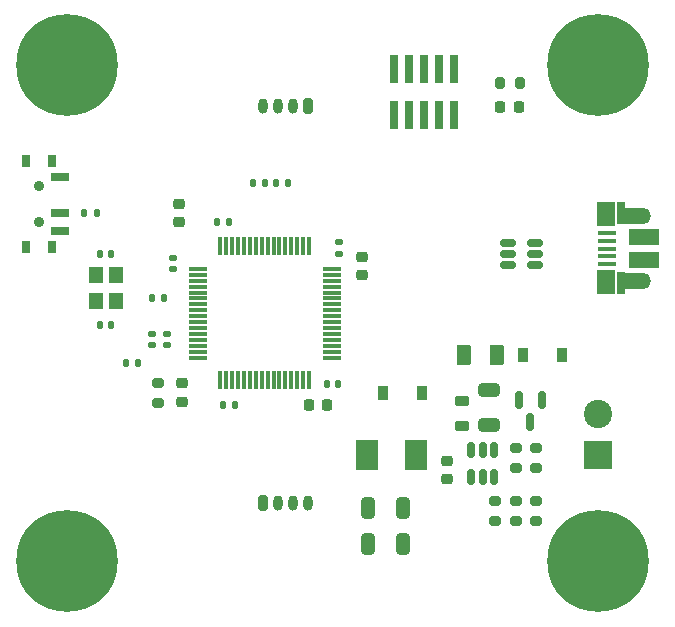
<source format=gbr>
%TF.GenerationSoftware,KiCad,Pcbnew,(6.0.7)*%
%TF.CreationDate,2022-09-22T19:59:32-07:00*%
%TF.ProjectId,STM32F4_rev2,53544d33-3246-4345-9f72-6576322e6b69,rev?*%
%TF.SameCoordinates,Original*%
%TF.FileFunction,Soldermask,Top*%
%TF.FilePolarity,Negative*%
%FSLAX46Y46*%
G04 Gerber Fmt 4.6, Leading zero omitted, Abs format (unit mm)*
G04 Created by KiCad (PCBNEW (6.0.7)) date 2022-09-22 19:59:32*
%MOMM*%
%LPD*%
G01*
G04 APERTURE LIST*
G04 Aperture macros list*
%AMRoundRect*
0 Rectangle with rounded corners*
0 $1 Rounding radius*
0 $2 $3 $4 $5 $6 $7 $8 $9 X,Y pos of 4 corners*
0 Add a 4 corners polygon primitive as box body*
4,1,4,$2,$3,$4,$5,$6,$7,$8,$9,$2,$3,0*
0 Add four circle primitives for the rounded corners*
1,1,$1+$1,$2,$3*
1,1,$1+$1,$4,$5*
1,1,$1+$1,$6,$7*
1,1,$1+$1,$8,$9*
0 Add four rect primitives between the rounded corners*
20,1,$1+$1,$2,$3,$4,$5,0*
20,1,$1+$1,$4,$5,$6,$7,0*
20,1,$1+$1,$6,$7,$8,$9,0*
20,1,$1+$1,$8,$9,$2,$3,0*%
G04 Aperture macros list end*
%ADD10R,0.740000X2.400000*%
%ADD11C,0.900000*%
%ADD12C,8.600000*%
%ADD13RoundRect,0.150000X-0.150000X0.587500X-0.150000X-0.587500X0.150000X-0.587500X0.150000X0.587500X0*%
%ADD14R,0.900000X1.200000*%
%ADD15RoundRect,0.135000X0.135000X0.185000X-0.135000X0.185000X-0.135000X-0.185000X0.135000X-0.185000X0*%
%ADD16RoundRect,0.200000X0.200000X0.450000X-0.200000X0.450000X-0.200000X-0.450000X0.200000X-0.450000X0*%
%ADD17O,0.800000X1.300000*%
%ADD18R,1.650000X0.400000*%
%ADD19R,1.500000X2.000000*%
%ADD20O,1.700000X1.350000*%
%ADD21O,1.500000X1.100000*%
%ADD22R,2.500000X1.430000*%
%ADD23R,2.000000X1.350000*%
%ADD24R,0.700000X1.825000*%
%ADD25RoundRect,0.218750X0.218750X0.256250X-0.218750X0.256250X-0.218750X-0.256250X0.218750X-0.256250X0*%
%ADD26RoundRect,0.140000X0.170000X-0.140000X0.170000X0.140000X-0.170000X0.140000X-0.170000X-0.140000X0*%
%ADD27RoundRect,0.200000X0.200000X0.275000X-0.200000X0.275000X-0.200000X-0.275000X0.200000X-0.275000X0*%
%ADD28RoundRect,0.200000X0.275000X-0.200000X0.275000X0.200000X-0.275000X0.200000X-0.275000X-0.200000X0*%
%ADD29RoundRect,0.135000X-0.135000X-0.185000X0.135000X-0.185000X0.135000X0.185000X-0.135000X0.185000X0*%
%ADD30RoundRect,0.140000X-0.140000X-0.170000X0.140000X-0.170000X0.140000X0.170000X-0.140000X0.170000X0*%
%ADD31RoundRect,0.150000X0.512500X0.150000X-0.512500X0.150000X-0.512500X-0.150000X0.512500X-0.150000X0*%
%ADD32R,0.800000X1.000000*%
%ADD33R,1.500000X0.700000*%
%ADD34RoundRect,0.225000X0.250000X-0.225000X0.250000X0.225000X-0.250000X0.225000X-0.250000X-0.225000X0*%
%ADD35RoundRect,0.225000X-0.225000X-0.250000X0.225000X-0.250000X0.225000X0.250000X-0.225000X0.250000X0*%
%ADD36RoundRect,0.200000X-0.200000X-0.450000X0.200000X-0.450000X0.200000X0.450000X-0.200000X0.450000X0*%
%ADD37RoundRect,0.250000X0.375000X0.625000X-0.375000X0.625000X-0.375000X-0.625000X0.375000X-0.625000X0*%
%ADD38RoundRect,0.218750X0.256250X-0.218750X0.256250X0.218750X-0.256250X0.218750X-0.256250X-0.218750X0*%
%ADD39R,1.200000X1.400000*%
%ADD40R,2.400000X2.400000*%
%ADD41C,2.400000*%
%ADD42RoundRect,0.140000X0.140000X0.170000X-0.140000X0.170000X-0.140000X-0.170000X0.140000X-0.170000X0*%
%ADD43R,1.900000X2.500000*%
%ADD44RoundRect,0.147500X-0.147500X-0.172500X0.147500X-0.172500X0.147500X0.172500X-0.147500X0.172500X0*%
%ADD45RoundRect,0.200000X-0.275000X0.200000X-0.275000X-0.200000X0.275000X-0.200000X0.275000X0.200000X0*%
%ADD46RoundRect,0.250000X-0.325000X-0.650000X0.325000X-0.650000X0.325000X0.650000X-0.325000X0.650000X0*%
%ADD47RoundRect,0.218750X-0.381250X0.218750X-0.381250X-0.218750X0.381250X-0.218750X0.381250X0.218750X0*%
%ADD48RoundRect,0.250000X0.650000X-0.325000X0.650000X0.325000X-0.650000X0.325000X-0.650000X-0.325000X0*%
%ADD49RoundRect,0.225000X-0.250000X0.225000X-0.250000X-0.225000X0.250000X-0.225000X0.250000X0.225000X0*%
%ADD50RoundRect,0.075000X-0.700000X-0.075000X0.700000X-0.075000X0.700000X0.075000X-0.700000X0.075000X0*%
%ADD51RoundRect,0.075000X-0.075000X-0.700000X0.075000X-0.700000X0.075000X0.700000X-0.075000X0.700000X0*%
%ADD52RoundRect,0.150000X0.150000X-0.512500X0.150000X0.512500X-0.150000X0.512500X-0.150000X-0.512500X0*%
G04 APERTURE END LIST*
D10*
%TO.C,J2*%
X97960000Y-66200000D03*
X97960000Y-62300000D03*
X99230000Y-66200000D03*
X99230000Y-62300000D03*
X100500000Y-66200000D03*
X100500000Y-62300000D03*
X101770000Y-66200000D03*
X101770000Y-62300000D03*
X103040000Y-66200000D03*
X103040000Y-62300000D03*
%TD*%
D11*
%TO.C,H2*%
X115250000Y-107225000D03*
X112025000Y-104000000D03*
X112969581Y-101719581D03*
X117530419Y-101719581D03*
X115250000Y-100775000D03*
X117530419Y-106280419D03*
X112969581Y-106280419D03*
X118475000Y-104000000D03*
D12*
X115250000Y-104000000D03*
%TD*%
D13*
%TO.C,Q1*%
X110450000Y-90312500D03*
X108550000Y-90312500D03*
X109500000Y-92187500D03*
%TD*%
D14*
%TO.C,D2*%
X97050000Y-89750000D03*
X100350000Y-89750000D03*
%TD*%
D15*
%TO.C,R8*%
X78510000Y-81750000D03*
X77490000Y-81750000D03*
%TD*%
D16*
%TO.C,J3*%
X90625000Y-65450000D03*
D17*
X89375000Y-65450000D03*
X88125000Y-65450000D03*
X86875000Y-65450000D03*
%TD*%
D18*
%TO.C,J5*%
X115985000Y-78825000D03*
X115985000Y-78175000D03*
X115985000Y-77525000D03*
X115985000Y-76875000D03*
X115985000Y-76225000D03*
D19*
X115885000Y-80375000D03*
D20*
X118865000Y-80255000D03*
D21*
X115865000Y-75105000D03*
D22*
X119135000Y-78485000D03*
D23*
X117935000Y-80255000D03*
X117935000Y-74775000D03*
D22*
X119135000Y-76565000D03*
D20*
X118865000Y-74795000D03*
D19*
X115865000Y-74625000D03*
D24*
X117185000Y-80475000D03*
X117185000Y-74525000D03*
D21*
X115865000Y-79945000D03*
%TD*%
D25*
%TO.C,D3*%
X108537500Y-65500000D03*
X106962500Y-65500000D03*
%TD*%
D26*
%TO.C,C12*%
X78750000Y-85730000D03*
X78750000Y-84770000D03*
%TD*%
D27*
%TO.C,R6*%
X108575000Y-63500000D03*
X106925000Y-63500000D03*
%TD*%
D28*
%TO.C,R5*%
X110000000Y-100575000D03*
X110000000Y-98925000D03*
%TD*%
D15*
%TO.C,R7*%
X72760000Y-74500000D03*
X71740000Y-74500000D03*
%TD*%
D29*
%TO.C,R11*%
X85980000Y-72000000D03*
X87000000Y-72000000D03*
%TD*%
D30*
%TO.C,C8*%
X92270000Y-89000000D03*
X93230000Y-89000000D03*
%TD*%
D11*
%TO.C,H3*%
X70250000Y-65225000D03*
X67969581Y-64280419D03*
D12*
X70250000Y-62000000D03*
D11*
X72530419Y-59719581D03*
X73475000Y-62000000D03*
X72530419Y-64280419D03*
X70250000Y-58775000D03*
X67969581Y-59719581D03*
X67025000Y-62000000D03*
%TD*%
D30*
%TO.C,C10*%
X83000000Y-75250000D03*
X83960000Y-75250000D03*
%TD*%
D14*
%TO.C,D1*%
X108850000Y-86500000D03*
X112150000Y-86500000D03*
%TD*%
D31*
%TO.C,U3*%
X109887500Y-78950000D03*
X109887500Y-78000000D03*
X109887500Y-77050000D03*
X107612500Y-77050000D03*
X107612500Y-78000000D03*
X107612500Y-78950000D03*
%TD*%
D32*
%TO.C,SW1*%
X66795000Y-70100000D03*
X66795000Y-77400000D03*
X69005000Y-70100000D03*
D11*
X67895000Y-75250000D03*
X67895000Y-72250000D03*
D32*
X69005000Y-77400000D03*
D33*
X69655000Y-71500000D03*
X69655000Y-74500000D03*
X69655000Y-76000000D03*
%TD*%
D34*
%TO.C,C5*%
X79750000Y-75275000D03*
X79750000Y-73725000D03*
%TD*%
D35*
%TO.C,C13*%
X90725000Y-90750000D03*
X92275000Y-90750000D03*
%TD*%
D36*
%TO.C,J4*%
X86875000Y-99050000D03*
D17*
X88125000Y-99050000D03*
X89375000Y-99050000D03*
X90625000Y-99050000D03*
%TD*%
D37*
%TO.C,F1*%
X106650000Y-86500000D03*
X103850000Y-86500000D03*
%TD*%
D38*
%TO.C,D4*%
X80000000Y-90500000D03*
X80000000Y-88925000D03*
%TD*%
D39*
%TO.C,Y1*%
X72750000Y-79800000D03*
X72750000Y-82000000D03*
X74450000Y-82000000D03*
X74450000Y-79800000D03*
%TD*%
D40*
%TO.C,J1*%
X115250000Y-95000000D03*
D41*
X115250000Y-91500000D03*
%TD*%
D42*
%TO.C,C7*%
X84460000Y-90750000D03*
X83500000Y-90750000D03*
%TD*%
D28*
%TO.C,R2*%
X110000000Y-96075000D03*
X110000000Y-94425000D03*
%TD*%
D15*
%TO.C,R10*%
X89010000Y-72000000D03*
X87990000Y-72000000D03*
%TD*%
D34*
%TO.C,C14*%
X95250000Y-79775000D03*
X95250000Y-78225000D03*
%TD*%
D43*
%TO.C,L1*%
X99800000Y-95000000D03*
X95700000Y-95000000D03*
%TD*%
D26*
%TO.C,C6*%
X79250000Y-79250000D03*
X79250000Y-78290000D03*
%TD*%
D30*
%TO.C,C15*%
X73020000Y-78000000D03*
X73980000Y-78000000D03*
%TD*%
D44*
%TO.C,L2*%
X75265000Y-87250000D03*
X76235000Y-87250000D03*
%TD*%
D11*
%TO.C,H4*%
X112969581Y-64280419D03*
X115250000Y-65225000D03*
X112969581Y-59719581D03*
X112025000Y-62000000D03*
X117530419Y-59719581D03*
D12*
X115250000Y-62000000D03*
D11*
X118475000Y-62000000D03*
X115250000Y-58775000D03*
X117530419Y-64280419D03*
%TD*%
D45*
%TO.C,R1*%
X108250000Y-94425000D03*
X108250000Y-96075000D03*
%TD*%
D42*
%TO.C,C16*%
X73980000Y-84000000D03*
X73020000Y-84000000D03*
%TD*%
D46*
%TO.C,C2*%
X95775000Y-99500000D03*
X98725000Y-99500000D03*
%TD*%
D47*
%TO.C,FB1*%
X103700000Y-90437500D03*
X103700000Y-92562500D03*
%TD*%
D48*
%TO.C,C1*%
X105950000Y-92475000D03*
X105950000Y-89525000D03*
%TD*%
D49*
%TO.C,C4*%
X102450000Y-95475000D03*
X102450000Y-97025000D03*
%TD*%
D26*
%TO.C,C9*%
X93250000Y-77960000D03*
X93250000Y-77000000D03*
%TD*%
D46*
%TO.C,C3*%
X95775000Y-102500000D03*
X98725000Y-102500000D03*
%TD*%
D50*
%TO.C,U2*%
X81325000Y-79250000D03*
X81325000Y-79750000D03*
X81325000Y-80250000D03*
X81325000Y-80750000D03*
X81325000Y-81250000D03*
X81325000Y-81750000D03*
X81325000Y-82250000D03*
X81325000Y-82750000D03*
X81325000Y-83250000D03*
X81325000Y-83750000D03*
X81325000Y-84250000D03*
X81325000Y-84750000D03*
X81325000Y-85250000D03*
X81325000Y-85750000D03*
X81325000Y-86250000D03*
X81325000Y-86750000D03*
D51*
X83250000Y-88675000D03*
X83750000Y-88675000D03*
X84250000Y-88675000D03*
X84750000Y-88675000D03*
X85250000Y-88675000D03*
X85750000Y-88675000D03*
X86250000Y-88675000D03*
X86750000Y-88675000D03*
X87250000Y-88675000D03*
X87750000Y-88675000D03*
X88250000Y-88675000D03*
X88750000Y-88675000D03*
X89250000Y-88675000D03*
X89750000Y-88675000D03*
X90250000Y-88675000D03*
X90750000Y-88675000D03*
D50*
X92675000Y-86750000D03*
X92675000Y-86250000D03*
X92675000Y-85750000D03*
X92675000Y-85250000D03*
X92675000Y-84750000D03*
X92675000Y-84250000D03*
X92675000Y-83750000D03*
X92675000Y-83250000D03*
X92675000Y-82750000D03*
X92675000Y-82250000D03*
X92675000Y-81750000D03*
X92675000Y-81250000D03*
X92675000Y-80750000D03*
X92675000Y-80250000D03*
X92675000Y-79750000D03*
X92675000Y-79250000D03*
D51*
X90750000Y-77325000D03*
X90250000Y-77325000D03*
X89750000Y-77325000D03*
X89250000Y-77325000D03*
X88750000Y-77325000D03*
X88250000Y-77325000D03*
X87750000Y-77325000D03*
X87250000Y-77325000D03*
X86750000Y-77325000D03*
X86250000Y-77325000D03*
X85750000Y-77325000D03*
X85250000Y-77325000D03*
X84750000Y-77325000D03*
X84250000Y-77325000D03*
X83750000Y-77325000D03*
X83250000Y-77325000D03*
%TD*%
D26*
%TO.C,C11*%
X77500000Y-85710000D03*
X77500000Y-84750000D03*
%TD*%
D28*
%TO.C,R9*%
X78000000Y-90575000D03*
X78000000Y-88925000D03*
%TD*%
D52*
%TO.C,U1*%
X104500000Y-96887500D03*
X105450000Y-96887500D03*
X106400000Y-96887500D03*
X106400000Y-94612500D03*
X105450000Y-94612500D03*
X104500000Y-94612500D03*
%TD*%
D12*
%TO.C,H1*%
X70250000Y-104000000D03*
D11*
X67969581Y-101719581D03*
X67025000Y-104000000D03*
X70250000Y-100775000D03*
X70250000Y-107225000D03*
X67969581Y-106280419D03*
X72530419Y-101719581D03*
X72530419Y-106280419D03*
X73475000Y-104000000D03*
%TD*%
D45*
%TO.C,R4*%
X108250000Y-98925000D03*
X108250000Y-100575000D03*
%TD*%
D28*
%TO.C,R3*%
X106500000Y-100575000D03*
X106500000Y-98925000D03*
%TD*%
M02*

</source>
